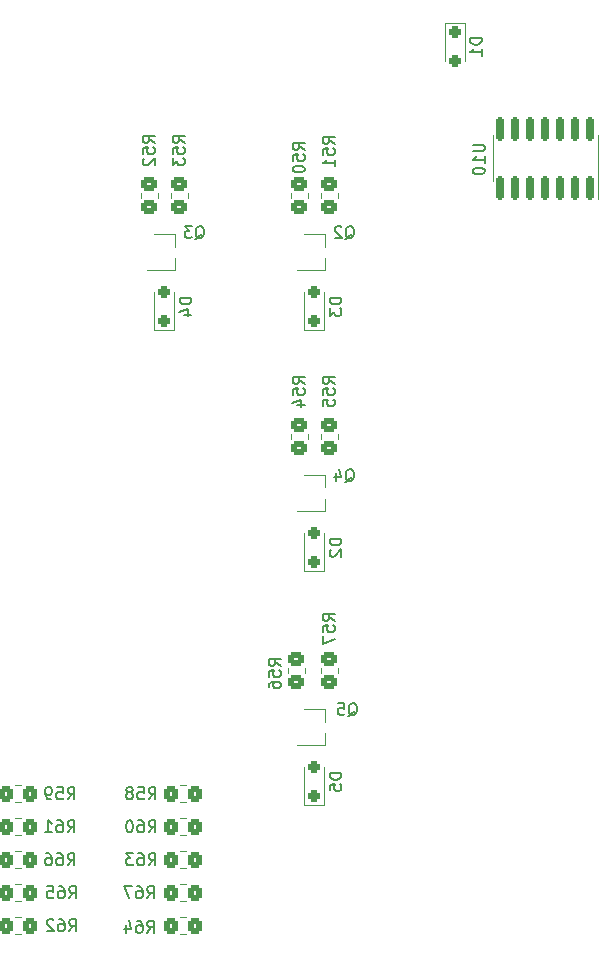
<source format=gbo>
G04 #@! TF.GenerationSoftware,KiCad,Pcbnew,7.0.7*
G04 #@! TF.CreationDate,2023-10-18T16:13:19+03:00*
G04 #@! TF.ProjectId,pcb,7063622e-6b69-4636-9164-5f7063625858,rev?*
G04 #@! TF.SameCoordinates,Original*
G04 #@! TF.FileFunction,Legend,Bot*
G04 #@! TF.FilePolarity,Positive*
%FSLAX46Y46*%
G04 Gerber Fmt 4.6, Leading zero omitted, Abs format (unit mm)*
G04 Created by KiCad (PCBNEW 7.0.7) date 2023-10-18 16:13:19*
%MOMM*%
%LPD*%
G01*
G04 APERTURE LIST*
G04 Aperture macros list*
%AMRoundRect*
0 Rectangle with rounded corners*
0 $1 Rounding radius*
0 $2 $3 $4 $5 $6 $7 $8 $9 X,Y pos of 4 corners*
0 Add a 4 corners polygon primitive as box body*
4,1,4,$2,$3,$4,$5,$6,$7,$8,$9,$2,$3,0*
0 Add four circle primitives for the rounded corners*
1,1,$1+$1,$2,$3*
1,1,$1+$1,$4,$5*
1,1,$1+$1,$6,$7*
1,1,$1+$1,$8,$9*
0 Add four rect primitives between the rounded corners*
20,1,$1+$1,$2,$3,$4,$5,0*
20,1,$1+$1,$4,$5,$6,$7,0*
20,1,$1+$1,$6,$7,$8,$9,0*
20,1,$1+$1,$8,$9,$2,$3,0*%
G04 Aperture macros list end*
%ADD10C,0.150000*%
%ADD11C,0.120000*%
%ADD12C,1.800000*%
%ADD13C,1.150000*%
%ADD14R,2.500000X2.500000*%
%ADD15C,2.500000*%
%ADD16C,1.600000*%
%ADD17R,1.600000X1.600000*%
%ADD18O,1.600000X1.600000*%
%ADD19C,1.200000*%
%ADD20RoundRect,0.102000X0.749000X0.749000X-0.749000X0.749000X-0.749000X-0.749000X0.749000X-0.749000X0*%
%ADD21C,1.702000*%
%ADD22C,1.400000*%
%ADD23C,1.440000*%
%ADD24C,3.159000*%
%ADD25C,2.454000*%
%ADD26C,2.304000*%
%ADD27C,0.800000*%
%ADD28C,6.400000*%
%ADD29RoundRect,0.102000X0.610000X-0.610000X0.610000X0.610000X-0.610000X0.610000X-0.610000X-0.610000X0*%
%ADD30C,1.424000*%
%ADD31RoundRect,0.250000X0.350000X0.450000X-0.350000X0.450000X-0.350000X-0.450000X0.350000X-0.450000X0*%
%ADD32RoundRect,0.250000X-0.350000X-0.450000X0.350000X-0.450000X0.350000X0.450000X-0.350000X0.450000X0*%
%ADD33RoundRect,0.250000X-0.450000X0.350000X-0.450000X-0.350000X0.450000X-0.350000X0.450000X0.350000X0*%
%ADD34R,2.000000X0.650000*%
%ADD35RoundRect,0.250000X0.250000X-0.250000X0.250000X0.250000X-0.250000X0.250000X-0.250000X-0.250000X0*%
%ADD36RoundRect,0.250000X0.450000X-0.350000X0.450000X0.350000X-0.450000X0.350000X-0.450000X-0.350000X0*%
%ADD37RoundRect,0.250000X-0.250000X0.250000X-0.250000X-0.250000X0.250000X-0.250000X0.250000X0.250000X0*%
%ADD38RoundRect,0.150000X0.150000X-0.825000X0.150000X0.825000X-0.150000X0.825000X-0.150000X-0.825000X0*%
G04 APERTURE END LIST*
D10*
X152980857Y-146266819D02*
X153314190Y-145790628D01*
X153552285Y-146266819D02*
X153552285Y-145266819D01*
X153552285Y-145266819D02*
X153171333Y-145266819D01*
X153171333Y-145266819D02*
X153076095Y-145314438D01*
X153076095Y-145314438D02*
X153028476Y-145362057D01*
X153028476Y-145362057D02*
X152980857Y-145457295D01*
X152980857Y-145457295D02*
X152980857Y-145600152D01*
X152980857Y-145600152D02*
X153028476Y-145695390D01*
X153028476Y-145695390D02*
X153076095Y-145743009D01*
X153076095Y-145743009D02*
X153171333Y-145790628D01*
X153171333Y-145790628D02*
X153552285Y-145790628D01*
X152123714Y-145266819D02*
X152314190Y-145266819D01*
X152314190Y-145266819D02*
X152409428Y-145314438D01*
X152409428Y-145314438D02*
X152457047Y-145362057D01*
X152457047Y-145362057D02*
X152552285Y-145504914D01*
X152552285Y-145504914D02*
X152599904Y-145695390D01*
X152599904Y-145695390D02*
X152599904Y-146076342D01*
X152599904Y-146076342D02*
X152552285Y-146171580D01*
X152552285Y-146171580D02*
X152504666Y-146219200D01*
X152504666Y-146219200D02*
X152409428Y-146266819D01*
X152409428Y-146266819D02*
X152218952Y-146266819D01*
X152218952Y-146266819D02*
X152123714Y-146219200D01*
X152123714Y-146219200D02*
X152076095Y-146171580D01*
X152076095Y-146171580D02*
X152028476Y-146076342D01*
X152028476Y-146076342D02*
X152028476Y-145838247D01*
X152028476Y-145838247D02*
X152076095Y-145743009D01*
X152076095Y-145743009D02*
X152123714Y-145695390D01*
X152123714Y-145695390D02*
X152218952Y-145647771D01*
X152218952Y-145647771D02*
X152409428Y-145647771D01*
X152409428Y-145647771D02*
X152504666Y-145695390D01*
X152504666Y-145695390D02*
X152552285Y-145743009D01*
X152552285Y-145743009D02*
X152599904Y-145838247D01*
X151647523Y-145362057D02*
X151599904Y-145314438D01*
X151599904Y-145314438D02*
X151504666Y-145266819D01*
X151504666Y-145266819D02*
X151266571Y-145266819D01*
X151266571Y-145266819D02*
X151171333Y-145314438D01*
X151171333Y-145314438D02*
X151123714Y-145362057D01*
X151123714Y-145362057D02*
X151076095Y-145457295D01*
X151076095Y-145457295D02*
X151076095Y-145552533D01*
X151076095Y-145552533D02*
X151123714Y-145695390D01*
X151123714Y-145695390D02*
X151695142Y-146266819D01*
X151695142Y-146266819D02*
X151076095Y-146266819D01*
X159711905Y-135090819D02*
X160045238Y-134614628D01*
X160283333Y-135090819D02*
X160283333Y-134090819D01*
X160283333Y-134090819D02*
X159902381Y-134090819D01*
X159902381Y-134090819D02*
X159807143Y-134138438D01*
X159807143Y-134138438D02*
X159759524Y-134186057D01*
X159759524Y-134186057D02*
X159711905Y-134281295D01*
X159711905Y-134281295D02*
X159711905Y-134424152D01*
X159711905Y-134424152D02*
X159759524Y-134519390D01*
X159759524Y-134519390D02*
X159807143Y-134567009D01*
X159807143Y-134567009D02*
X159902381Y-134614628D01*
X159902381Y-134614628D02*
X160283333Y-134614628D01*
X158807143Y-134090819D02*
X159283333Y-134090819D01*
X159283333Y-134090819D02*
X159330952Y-134567009D01*
X159330952Y-134567009D02*
X159283333Y-134519390D01*
X159283333Y-134519390D02*
X159188095Y-134471771D01*
X159188095Y-134471771D02*
X158950000Y-134471771D01*
X158950000Y-134471771D02*
X158854762Y-134519390D01*
X158854762Y-134519390D02*
X158807143Y-134567009D01*
X158807143Y-134567009D02*
X158759524Y-134662247D01*
X158759524Y-134662247D02*
X158759524Y-134900342D01*
X158759524Y-134900342D02*
X158807143Y-134995580D01*
X158807143Y-134995580D02*
X158854762Y-135043200D01*
X158854762Y-135043200D02*
X158950000Y-135090819D01*
X158950000Y-135090819D02*
X159188095Y-135090819D01*
X159188095Y-135090819D02*
X159283333Y-135043200D01*
X159283333Y-135043200D02*
X159330952Y-134995580D01*
X158188095Y-134519390D02*
X158283333Y-134471771D01*
X158283333Y-134471771D02*
X158330952Y-134424152D01*
X158330952Y-134424152D02*
X158378571Y-134328914D01*
X158378571Y-134328914D02*
X158378571Y-134281295D01*
X158378571Y-134281295D02*
X158330952Y-134186057D01*
X158330952Y-134186057D02*
X158283333Y-134138438D01*
X158283333Y-134138438D02*
X158188095Y-134090819D01*
X158188095Y-134090819D02*
X157997619Y-134090819D01*
X157997619Y-134090819D02*
X157902381Y-134138438D01*
X157902381Y-134138438D02*
X157854762Y-134186057D01*
X157854762Y-134186057D02*
X157807143Y-134281295D01*
X157807143Y-134281295D02*
X157807143Y-134328914D01*
X157807143Y-134328914D02*
X157854762Y-134424152D01*
X157854762Y-134424152D02*
X157902381Y-134471771D01*
X157902381Y-134471771D02*
X157997619Y-134519390D01*
X157997619Y-134519390D02*
X158188095Y-134519390D01*
X158188095Y-134519390D02*
X158283333Y-134567009D01*
X158283333Y-134567009D02*
X158330952Y-134614628D01*
X158330952Y-134614628D02*
X158378571Y-134709866D01*
X158378571Y-134709866D02*
X158378571Y-134900342D01*
X158378571Y-134900342D02*
X158330952Y-134995580D01*
X158330952Y-134995580D02*
X158283333Y-135043200D01*
X158283333Y-135043200D02*
X158188095Y-135090819D01*
X158188095Y-135090819D02*
X157997619Y-135090819D01*
X157997619Y-135090819D02*
X157902381Y-135043200D01*
X157902381Y-135043200D02*
X157854762Y-134995580D01*
X157854762Y-134995580D02*
X157807143Y-134900342D01*
X157807143Y-134900342D02*
X157807143Y-134709866D01*
X157807143Y-134709866D02*
X157854762Y-134614628D01*
X157854762Y-134614628D02*
X157902381Y-134567009D01*
X157902381Y-134567009D02*
X157997619Y-134519390D01*
X159711905Y-140678819D02*
X160045238Y-140202628D01*
X160283333Y-140678819D02*
X160283333Y-139678819D01*
X160283333Y-139678819D02*
X159902381Y-139678819D01*
X159902381Y-139678819D02*
X159807143Y-139726438D01*
X159807143Y-139726438D02*
X159759524Y-139774057D01*
X159759524Y-139774057D02*
X159711905Y-139869295D01*
X159711905Y-139869295D02*
X159711905Y-140012152D01*
X159711905Y-140012152D02*
X159759524Y-140107390D01*
X159759524Y-140107390D02*
X159807143Y-140155009D01*
X159807143Y-140155009D02*
X159902381Y-140202628D01*
X159902381Y-140202628D02*
X160283333Y-140202628D01*
X158854762Y-139678819D02*
X159045238Y-139678819D01*
X159045238Y-139678819D02*
X159140476Y-139726438D01*
X159140476Y-139726438D02*
X159188095Y-139774057D01*
X159188095Y-139774057D02*
X159283333Y-139916914D01*
X159283333Y-139916914D02*
X159330952Y-140107390D01*
X159330952Y-140107390D02*
X159330952Y-140488342D01*
X159330952Y-140488342D02*
X159283333Y-140583580D01*
X159283333Y-140583580D02*
X159235714Y-140631200D01*
X159235714Y-140631200D02*
X159140476Y-140678819D01*
X159140476Y-140678819D02*
X158950000Y-140678819D01*
X158950000Y-140678819D02*
X158854762Y-140631200D01*
X158854762Y-140631200D02*
X158807143Y-140583580D01*
X158807143Y-140583580D02*
X158759524Y-140488342D01*
X158759524Y-140488342D02*
X158759524Y-140250247D01*
X158759524Y-140250247D02*
X158807143Y-140155009D01*
X158807143Y-140155009D02*
X158854762Y-140107390D01*
X158854762Y-140107390D02*
X158950000Y-140059771D01*
X158950000Y-140059771D02*
X159140476Y-140059771D01*
X159140476Y-140059771D02*
X159235714Y-140107390D01*
X159235714Y-140107390D02*
X159283333Y-140155009D01*
X159283333Y-140155009D02*
X159330952Y-140250247D01*
X158426190Y-139678819D02*
X157807143Y-139678819D01*
X157807143Y-139678819D02*
X158140476Y-140059771D01*
X158140476Y-140059771D02*
X157997619Y-140059771D01*
X157997619Y-140059771D02*
X157902381Y-140107390D01*
X157902381Y-140107390D02*
X157854762Y-140155009D01*
X157854762Y-140155009D02*
X157807143Y-140250247D01*
X157807143Y-140250247D02*
X157807143Y-140488342D01*
X157807143Y-140488342D02*
X157854762Y-140583580D01*
X157854762Y-140583580D02*
X157902381Y-140631200D01*
X157902381Y-140631200D02*
X157997619Y-140678819D01*
X157997619Y-140678819D02*
X158283333Y-140678819D01*
X158283333Y-140678819D02*
X158378571Y-140631200D01*
X158378571Y-140631200D02*
X158426190Y-140583580D01*
X152853857Y-135090819D02*
X153187190Y-134614628D01*
X153425285Y-135090819D02*
X153425285Y-134090819D01*
X153425285Y-134090819D02*
X153044333Y-134090819D01*
X153044333Y-134090819D02*
X152949095Y-134138438D01*
X152949095Y-134138438D02*
X152901476Y-134186057D01*
X152901476Y-134186057D02*
X152853857Y-134281295D01*
X152853857Y-134281295D02*
X152853857Y-134424152D01*
X152853857Y-134424152D02*
X152901476Y-134519390D01*
X152901476Y-134519390D02*
X152949095Y-134567009D01*
X152949095Y-134567009D02*
X153044333Y-134614628D01*
X153044333Y-134614628D02*
X153425285Y-134614628D01*
X151949095Y-134090819D02*
X152425285Y-134090819D01*
X152425285Y-134090819D02*
X152472904Y-134567009D01*
X152472904Y-134567009D02*
X152425285Y-134519390D01*
X152425285Y-134519390D02*
X152330047Y-134471771D01*
X152330047Y-134471771D02*
X152091952Y-134471771D01*
X152091952Y-134471771D02*
X151996714Y-134519390D01*
X151996714Y-134519390D02*
X151949095Y-134567009D01*
X151949095Y-134567009D02*
X151901476Y-134662247D01*
X151901476Y-134662247D02*
X151901476Y-134900342D01*
X151901476Y-134900342D02*
X151949095Y-134995580D01*
X151949095Y-134995580D02*
X151996714Y-135043200D01*
X151996714Y-135043200D02*
X152091952Y-135090819D01*
X152091952Y-135090819D02*
X152330047Y-135090819D01*
X152330047Y-135090819D02*
X152425285Y-135043200D01*
X152425285Y-135043200D02*
X152472904Y-134995580D01*
X151425285Y-135090819D02*
X151234809Y-135090819D01*
X151234809Y-135090819D02*
X151139571Y-135043200D01*
X151139571Y-135043200D02*
X151091952Y-134995580D01*
X151091952Y-134995580D02*
X150996714Y-134852723D01*
X150996714Y-134852723D02*
X150949095Y-134662247D01*
X150949095Y-134662247D02*
X150949095Y-134281295D01*
X150949095Y-134281295D02*
X150996714Y-134186057D01*
X150996714Y-134186057D02*
X151044333Y-134138438D01*
X151044333Y-134138438D02*
X151139571Y-134090819D01*
X151139571Y-134090819D02*
X151330047Y-134090819D01*
X151330047Y-134090819D02*
X151425285Y-134138438D01*
X151425285Y-134138438D02*
X151472904Y-134186057D01*
X151472904Y-134186057D02*
X151520523Y-134281295D01*
X151520523Y-134281295D02*
X151520523Y-134519390D01*
X151520523Y-134519390D02*
X151472904Y-134614628D01*
X151472904Y-134614628D02*
X151425285Y-134662247D01*
X151425285Y-134662247D02*
X151330047Y-134709866D01*
X151330047Y-134709866D02*
X151139571Y-134709866D01*
X151139571Y-134709866D02*
X151044333Y-134662247D01*
X151044333Y-134662247D02*
X150996714Y-134614628D01*
X150996714Y-134614628D02*
X150949095Y-134519390D01*
X160220819Y-79526142D02*
X159744628Y-79192809D01*
X160220819Y-78954714D02*
X159220819Y-78954714D01*
X159220819Y-78954714D02*
X159220819Y-79335666D01*
X159220819Y-79335666D02*
X159268438Y-79430904D01*
X159268438Y-79430904D02*
X159316057Y-79478523D01*
X159316057Y-79478523D02*
X159411295Y-79526142D01*
X159411295Y-79526142D02*
X159554152Y-79526142D01*
X159554152Y-79526142D02*
X159649390Y-79478523D01*
X159649390Y-79478523D02*
X159697009Y-79430904D01*
X159697009Y-79430904D02*
X159744628Y-79335666D01*
X159744628Y-79335666D02*
X159744628Y-78954714D01*
X159220819Y-80430904D02*
X159220819Y-79954714D01*
X159220819Y-79954714D02*
X159697009Y-79907095D01*
X159697009Y-79907095D02*
X159649390Y-79954714D01*
X159649390Y-79954714D02*
X159601771Y-80049952D01*
X159601771Y-80049952D02*
X159601771Y-80288047D01*
X159601771Y-80288047D02*
X159649390Y-80383285D01*
X159649390Y-80383285D02*
X159697009Y-80430904D01*
X159697009Y-80430904D02*
X159792247Y-80478523D01*
X159792247Y-80478523D02*
X160030342Y-80478523D01*
X160030342Y-80478523D02*
X160125580Y-80430904D01*
X160125580Y-80430904D02*
X160173200Y-80383285D01*
X160173200Y-80383285D02*
X160220819Y-80288047D01*
X160220819Y-80288047D02*
X160220819Y-80049952D01*
X160220819Y-80049952D02*
X160173200Y-79954714D01*
X160173200Y-79954714D02*
X160125580Y-79907095D01*
X159316057Y-80859476D02*
X159268438Y-80907095D01*
X159268438Y-80907095D02*
X159220819Y-81002333D01*
X159220819Y-81002333D02*
X159220819Y-81240428D01*
X159220819Y-81240428D02*
X159268438Y-81335666D01*
X159268438Y-81335666D02*
X159316057Y-81383285D01*
X159316057Y-81383285D02*
X159411295Y-81430904D01*
X159411295Y-81430904D02*
X159506533Y-81430904D01*
X159506533Y-81430904D02*
X159649390Y-81383285D01*
X159649390Y-81383285D02*
X160220819Y-80811857D01*
X160220819Y-80811857D02*
X160220819Y-81430904D01*
X172920819Y-80129142D02*
X172444628Y-79795809D01*
X172920819Y-79557714D02*
X171920819Y-79557714D01*
X171920819Y-79557714D02*
X171920819Y-79938666D01*
X171920819Y-79938666D02*
X171968438Y-80033904D01*
X171968438Y-80033904D02*
X172016057Y-80081523D01*
X172016057Y-80081523D02*
X172111295Y-80129142D01*
X172111295Y-80129142D02*
X172254152Y-80129142D01*
X172254152Y-80129142D02*
X172349390Y-80081523D01*
X172349390Y-80081523D02*
X172397009Y-80033904D01*
X172397009Y-80033904D02*
X172444628Y-79938666D01*
X172444628Y-79938666D02*
X172444628Y-79557714D01*
X171920819Y-81033904D02*
X171920819Y-80557714D01*
X171920819Y-80557714D02*
X172397009Y-80510095D01*
X172397009Y-80510095D02*
X172349390Y-80557714D01*
X172349390Y-80557714D02*
X172301771Y-80652952D01*
X172301771Y-80652952D02*
X172301771Y-80891047D01*
X172301771Y-80891047D02*
X172349390Y-80986285D01*
X172349390Y-80986285D02*
X172397009Y-81033904D01*
X172397009Y-81033904D02*
X172492247Y-81081523D01*
X172492247Y-81081523D02*
X172730342Y-81081523D01*
X172730342Y-81081523D02*
X172825580Y-81033904D01*
X172825580Y-81033904D02*
X172873200Y-80986285D01*
X172873200Y-80986285D02*
X172920819Y-80891047D01*
X172920819Y-80891047D02*
X172920819Y-80652952D01*
X172920819Y-80652952D02*
X172873200Y-80557714D01*
X172873200Y-80557714D02*
X172825580Y-80510095D01*
X171920819Y-81700571D02*
X171920819Y-81795809D01*
X171920819Y-81795809D02*
X171968438Y-81891047D01*
X171968438Y-81891047D02*
X172016057Y-81938666D01*
X172016057Y-81938666D02*
X172111295Y-81986285D01*
X172111295Y-81986285D02*
X172301771Y-82033904D01*
X172301771Y-82033904D02*
X172539866Y-82033904D01*
X172539866Y-82033904D02*
X172730342Y-81986285D01*
X172730342Y-81986285D02*
X172825580Y-81938666D01*
X172825580Y-81938666D02*
X172873200Y-81891047D01*
X172873200Y-81891047D02*
X172920819Y-81795809D01*
X172920819Y-81795809D02*
X172920819Y-81700571D01*
X172920819Y-81700571D02*
X172873200Y-81605333D01*
X172873200Y-81605333D02*
X172825580Y-81557714D01*
X172825580Y-81557714D02*
X172730342Y-81510095D01*
X172730342Y-81510095D02*
X172539866Y-81462476D01*
X172539866Y-81462476D02*
X172301771Y-81462476D01*
X172301771Y-81462476D02*
X172111295Y-81510095D01*
X172111295Y-81510095D02*
X172016057Y-81557714D01*
X172016057Y-81557714D02*
X171968438Y-81605333D01*
X171968438Y-81605333D02*
X171920819Y-81700571D01*
X176625238Y-128058057D02*
X176720476Y-128010438D01*
X176720476Y-128010438D02*
X176815714Y-127915200D01*
X176815714Y-127915200D02*
X176958571Y-127772342D01*
X176958571Y-127772342D02*
X177053809Y-127724723D01*
X177053809Y-127724723D02*
X177149047Y-127724723D01*
X177101428Y-127962819D02*
X177196666Y-127915200D01*
X177196666Y-127915200D02*
X177291904Y-127819961D01*
X177291904Y-127819961D02*
X177339523Y-127629485D01*
X177339523Y-127629485D02*
X177339523Y-127296152D01*
X177339523Y-127296152D02*
X177291904Y-127105676D01*
X177291904Y-127105676D02*
X177196666Y-127010438D01*
X177196666Y-127010438D02*
X177101428Y-126962819D01*
X177101428Y-126962819D02*
X176910952Y-126962819D01*
X176910952Y-126962819D02*
X176815714Y-127010438D01*
X176815714Y-127010438D02*
X176720476Y-127105676D01*
X176720476Y-127105676D02*
X176672857Y-127296152D01*
X176672857Y-127296152D02*
X176672857Y-127629485D01*
X176672857Y-127629485D02*
X176720476Y-127819961D01*
X176720476Y-127819961D02*
X176815714Y-127915200D01*
X176815714Y-127915200D02*
X176910952Y-127962819D01*
X176910952Y-127962819D02*
X177101428Y-127962819D01*
X175768095Y-126962819D02*
X176244285Y-126962819D01*
X176244285Y-126962819D02*
X176291904Y-127439009D01*
X176291904Y-127439009D02*
X176244285Y-127391390D01*
X176244285Y-127391390D02*
X176149047Y-127343771D01*
X176149047Y-127343771D02*
X175910952Y-127343771D01*
X175910952Y-127343771D02*
X175815714Y-127391390D01*
X175815714Y-127391390D02*
X175768095Y-127439009D01*
X175768095Y-127439009D02*
X175720476Y-127534247D01*
X175720476Y-127534247D02*
X175720476Y-127772342D01*
X175720476Y-127772342D02*
X175768095Y-127867580D01*
X175768095Y-127867580D02*
X175815714Y-127915200D01*
X175815714Y-127915200D02*
X175910952Y-127962819D01*
X175910952Y-127962819D02*
X176149047Y-127962819D01*
X176149047Y-127962819D02*
X176244285Y-127915200D01*
X176244285Y-127915200D02*
X176291904Y-127867580D01*
X176040819Y-113037905D02*
X175040819Y-113037905D01*
X175040819Y-113037905D02*
X175040819Y-113276000D01*
X175040819Y-113276000D02*
X175088438Y-113418857D01*
X175088438Y-113418857D02*
X175183676Y-113514095D01*
X175183676Y-113514095D02*
X175278914Y-113561714D01*
X175278914Y-113561714D02*
X175469390Y-113609333D01*
X175469390Y-113609333D02*
X175612247Y-113609333D01*
X175612247Y-113609333D02*
X175802723Y-113561714D01*
X175802723Y-113561714D02*
X175897961Y-113514095D01*
X175897961Y-113514095D02*
X175993200Y-113418857D01*
X175993200Y-113418857D02*
X176040819Y-113276000D01*
X176040819Y-113276000D02*
X176040819Y-113037905D01*
X175136057Y-113990286D02*
X175088438Y-114037905D01*
X175088438Y-114037905D02*
X175040819Y-114133143D01*
X175040819Y-114133143D02*
X175040819Y-114371238D01*
X175040819Y-114371238D02*
X175088438Y-114466476D01*
X175088438Y-114466476D02*
X175136057Y-114514095D01*
X175136057Y-114514095D02*
X175231295Y-114561714D01*
X175231295Y-114561714D02*
X175326533Y-114561714D01*
X175326533Y-114561714D02*
X175469390Y-114514095D01*
X175469390Y-114514095D02*
X176040819Y-113942667D01*
X176040819Y-113942667D02*
X176040819Y-114561714D01*
X176371238Y-87672057D02*
X176466476Y-87624438D01*
X176466476Y-87624438D02*
X176561714Y-87529200D01*
X176561714Y-87529200D02*
X176704571Y-87386342D01*
X176704571Y-87386342D02*
X176799809Y-87338723D01*
X176799809Y-87338723D02*
X176895047Y-87338723D01*
X176847428Y-87576819D02*
X176942666Y-87529200D01*
X176942666Y-87529200D02*
X177037904Y-87433961D01*
X177037904Y-87433961D02*
X177085523Y-87243485D01*
X177085523Y-87243485D02*
X177085523Y-86910152D01*
X177085523Y-86910152D02*
X177037904Y-86719676D01*
X177037904Y-86719676D02*
X176942666Y-86624438D01*
X176942666Y-86624438D02*
X176847428Y-86576819D01*
X176847428Y-86576819D02*
X176656952Y-86576819D01*
X176656952Y-86576819D02*
X176561714Y-86624438D01*
X176561714Y-86624438D02*
X176466476Y-86719676D01*
X176466476Y-86719676D02*
X176418857Y-86910152D01*
X176418857Y-86910152D02*
X176418857Y-87243485D01*
X176418857Y-87243485D02*
X176466476Y-87433961D01*
X176466476Y-87433961D02*
X176561714Y-87529200D01*
X176561714Y-87529200D02*
X176656952Y-87576819D01*
X176656952Y-87576819D02*
X176847428Y-87576819D01*
X176037904Y-86672057D02*
X175990285Y-86624438D01*
X175990285Y-86624438D02*
X175895047Y-86576819D01*
X175895047Y-86576819D02*
X175656952Y-86576819D01*
X175656952Y-86576819D02*
X175561714Y-86624438D01*
X175561714Y-86624438D02*
X175514095Y-86672057D01*
X175514095Y-86672057D02*
X175466476Y-86767295D01*
X175466476Y-86767295D02*
X175466476Y-86862533D01*
X175466476Y-86862533D02*
X175514095Y-87005390D01*
X175514095Y-87005390D02*
X176085523Y-87576819D01*
X176085523Y-87576819D02*
X175466476Y-87576819D01*
X176371238Y-108246057D02*
X176466476Y-108198438D01*
X176466476Y-108198438D02*
X176561714Y-108103200D01*
X176561714Y-108103200D02*
X176704571Y-107960342D01*
X176704571Y-107960342D02*
X176799809Y-107912723D01*
X176799809Y-107912723D02*
X176895047Y-107912723D01*
X176847428Y-108150819D02*
X176942666Y-108103200D01*
X176942666Y-108103200D02*
X177037904Y-108007961D01*
X177037904Y-108007961D02*
X177085523Y-107817485D01*
X177085523Y-107817485D02*
X177085523Y-107484152D01*
X177085523Y-107484152D02*
X177037904Y-107293676D01*
X177037904Y-107293676D02*
X176942666Y-107198438D01*
X176942666Y-107198438D02*
X176847428Y-107150819D01*
X176847428Y-107150819D02*
X176656952Y-107150819D01*
X176656952Y-107150819D02*
X176561714Y-107198438D01*
X176561714Y-107198438D02*
X176466476Y-107293676D01*
X176466476Y-107293676D02*
X176418857Y-107484152D01*
X176418857Y-107484152D02*
X176418857Y-107817485D01*
X176418857Y-107817485D02*
X176466476Y-108007961D01*
X176466476Y-108007961D02*
X176561714Y-108103200D01*
X176561714Y-108103200D02*
X176656952Y-108150819D01*
X176656952Y-108150819D02*
X176847428Y-108150819D01*
X175561714Y-107484152D02*
X175561714Y-108150819D01*
X175799809Y-107103200D02*
X176037904Y-107817485D01*
X176037904Y-107817485D02*
X175418857Y-107817485D01*
X175460819Y-79621142D02*
X174984628Y-79287809D01*
X175460819Y-79049714D02*
X174460819Y-79049714D01*
X174460819Y-79049714D02*
X174460819Y-79430666D01*
X174460819Y-79430666D02*
X174508438Y-79525904D01*
X174508438Y-79525904D02*
X174556057Y-79573523D01*
X174556057Y-79573523D02*
X174651295Y-79621142D01*
X174651295Y-79621142D02*
X174794152Y-79621142D01*
X174794152Y-79621142D02*
X174889390Y-79573523D01*
X174889390Y-79573523D02*
X174937009Y-79525904D01*
X174937009Y-79525904D02*
X174984628Y-79430666D01*
X174984628Y-79430666D02*
X174984628Y-79049714D01*
X174460819Y-80525904D02*
X174460819Y-80049714D01*
X174460819Y-80049714D02*
X174937009Y-80002095D01*
X174937009Y-80002095D02*
X174889390Y-80049714D01*
X174889390Y-80049714D02*
X174841771Y-80144952D01*
X174841771Y-80144952D02*
X174841771Y-80383047D01*
X174841771Y-80383047D02*
X174889390Y-80478285D01*
X174889390Y-80478285D02*
X174937009Y-80525904D01*
X174937009Y-80525904D02*
X175032247Y-80573523D01*
X175032247Y-80573523D02*
X175270342Y-80573523D01*
X175270342Y-80573523D02*
X175365580Y-80525904D01*
X175365580Y-80525904D02*
X175413200Y-80478285D01*
X175413200Y-80478285D02*
X175460819Y-80383047D01*
X175460819Y-80383047D02*
X175460819Y-80144952D01*
X175460819Y-80144952D02*
X175413200Y-80049714D01*
X175413200Y-80049714D02*
X175365580Y-80002095D01*
X175460819Y-81525904D02*
X175460819Y-80954476D01*
X175460819Y-81240190D02*
X174460819Y-81240190D01*
X174460819Y-81240190D02*
X174603676Y-81144952D01*
X174603676Y-81144952D02*
X174698914Y-81049714D01*
X174698914Y-81049714D02*
X174746533Y-80954476D01*
X159584905Y-146393819D02*
X159918238Y-145917628D01*
X160156333Y-146393819D02*
X160156333Y-145393819D01*
X160156333Y-145393819D02*
X159775381Y-145393819D01*
X159775381Y-145393819D02*
X159680143Y-145441438D01*
X159680143Y-145441438D02*
X159632524Y-145489057D01*
X159632524Y-145489057D02*
X159584905Y-145584295D01*
X159584905Y-145584295D02*
X159584905Y-145727152D01*
X159584905Y-145727152D02*
X159632524Y-145822390D01*
X159632524Y-145822390D02*
X159680143Y-145870009D01*
X159680143Y-145870009D02*
X159775381Y-145917628D01*
X159775381Y-145917628D02*
X160156333Y-145917628D01*
X158727762Y-145393819D02*
X158918238Y-145393819D01*
X158918238Y-145393819D02*
X159013476Y-145441438D01*
X159013476Y-145441438D02*
X159061095Y-145489057D01*
X159061095Y-145489057D02*
X159156333Y-145631914D01*
X159156333Y-145631914D02*
X159203952Y-145822390D01*
X159203952Y-145822390D02*
X159203952Y-146203342D01*
X159203952Y-146203342D02*
X159156333Y-146298580D01*
X159156333Y-146298580D02*
X159108714Y-146346200D01*
X159108714Y-146346200D02*
X159013476Y-146393819D01*
X159013476Y-146393819D02*
X158823000Y-146393819D01*
X158823000Y-146393819D02*
X158727762Y-146346200D01*
X158727762Y-146346200D02*
X158680143Y-146298580D01*
X158680143Y-146298580D02*
X158632524Y-146203342D01*
X158632524Y-146203342D02*
X158632524Y-145965247D01*
X158632524Y-145965247D02*
X158680143Y-145870009D01*
X158680143Y-145870009D02*
X158727762Y-145822390D01*
X158727762Y-145822390D02*
X158823000Y-145774771D01*
X158823000Y-145774771D02*
X159013476Y-145774771D01*
X159013476Y-145774771D02*
X159108714Y-145822390D01*
X159108714Y-145822390D02*
X159156333Y-145870009D01*
X159156333Y-145870009D02*
X159203952Y-145965247D01*
X157775381Y-145727152D02*
X157775381Y-146393819D01*
X158013476Y-145346200D02*
X158251571Y-146060485D01*
X158251571Y-146060485D02*
X157632524Y-146060485D01*
X159711905Y-137884819D02*
X160045238Y-137408628D01*
X160283333Y-137884819D02*
X160283333Y-136884819D01*
X160283333Y-136884819D02*
X159902381Y-136884819D01*
X159902381Y-136884819D02*
X159807143Y-136932438D01*
X159807143Y-136932438D02*
X159759524Y-136980057D01*
X159759524Y-136980057D02*
X159711905Y-137075295D01*
X159711905Y-137075295D02*
X159711905Y-137218152D01*
X159711905Y-137218152D02*
X159759524Y-137313390D01*
X159759524Y-137313390D02*
X159807143Y-137361009D01*
X159807143Y-137361009D02*
X159902381Y-137408628D01*
X159902381Y-137408628D02*
X160283333Y-137408628D01*
X158854762Y-136884819D02*
X159045238Y-136884819D01*
X159045238Y-136884819D02*
X159140476Y-136932438D01*
X159140476Y-136932438D02*
X159188095Y-136980057D01*
X159188095Y-136980057D02*
X159283333Y-137122914D01*
X159283333Y-137122914D02*
X159330952Y-137313390D01*
X159330952Y-137313390D02*
X159330952Y-137694342D01*
X159330952Y-137694342D02*
X159283333Y-137789580D01*
X159283333Y-137789580D02*
X159235714Y-137837200D01*
X159235714Y-137837200D02*
X159140476Y-137884819D01*
X159140476Y-137884819D02*
X158950000Y-137884819D01*
X158950000Y-137884819D02*
X158854762Y-137837200D01*
X158854762Y-137837200D02*
X158807143Y-137789580D01*
X158807143Y-137789580D02*
X158759524Y-137694342D01*
X158759524Y-137694342D02*
X158759524Y-137456247D01*
X158759524Y-137456247D02*
X158807143Y-137361009D01*
X158807143Y-137361009D02*
X158854762Y-137313390D01*
X158854762Y-137313390D02*
X158950000Y-137265771D01*
X158950000Y-137265771D02*
X159140476Y-137265771D01*
X159140476Y-137265771D02*
X159235714Y-137313390D01*
X159235714Y-137313390D02*
X159283333Y-137361009D01*
X159283333Y-137361009D02*
X159330952Y-137456247D01*
X158140476Y-136884819D02*
X158045238Y-136884819D01*
X158045238Y-136884819D02*
X157950000Y-136932438D01*
X157950000Y-136932438D02*
X157902381Y-136980057D01*
X157902381Y-136980057D02*
X157854762Y-137075295D01*
X157854762Y-137075295D02*
X157807143Y-137265771D01*
X157807143Y-137265771D02*
X157807143Y-137503866D01*
X157807143Y-137503866D02*
X157854762Y-137694342D01*
X157854762Y-137694342D02*
X157902381Y-137789580D01*
X157902381Y-137789580D02*
X157950000Y-137837200D01*
X157950000Y-137837200D02*
X158045238Y-137884819D01*
X158045238Y-137884819D02*
X158140476Y-137884819D01*
X158140476Y-137884819D02*
X158235714Y-137837200D01*
X158235714Y-137837200D02*
X158283333Y-137789580D01*
X158283333Y-137789580D02*
X158330952Y-137694342D01*
X158330952Y-137694342D02*
X158378571Y-137503866D01*
X158378571Y-137503866D02*
X158378571Y-137265771D01*
X158378571Y-137265771D02*
X158330952Y-137075295D01*
X158330952Y-137075295D02*
X158283333Y-136980057D01*
X158283333Y-136980057D02*
X158235714Y-136932438D01*
X158235714Y-136932438D02*
X158140476Y-136884819D01*
X187906819Y-70635905D02*
X186906819Y-70635905D01*
X186906819Y-70635905D02*
X186906819Y-70874000D01*
X186906819Y-70874000D02*
X186954438Y-71016857D01*
X186954438Y-71016857D02*
X187049676Y-71112095D01*
X187049676Y-71112095D02*
X187144914Y-71159714D01*
X187144914Y-71159714D02*
X187335390Y-71207333D01*
X187335390Y-71207333D02*
X187478247Y-71207333D01*
X187478247Y-71207333D02*
X187668723Y-71159714D01*
X187668723Y-71159714D02*
X187763961Y-71112095D01*
X187763961Y-71112095D02*
X187859200Y-71016857D01*
X187859200Y-71016857D02*
X187906819Y-70874000D01*
X187906819Y-70874000D02*
X187906819Y-70635905D01*
X187906819Y-72159714D02*
X187906819Y-71588286D01*
X187906819Y-71874000D02*
X186906819Y-71874000D01*
X186906819Y-71874000D02*
X187049676Y-71778762D01*
X187049676Y-71778762D02*
X187144914Y-71683524D01*
X187144914Y-71683524D02*
X187192533Y-71588286D01*
X176040819Y-132865905D02*
X175040819Y-132865905D01*
X175040819Y-132865905D02*
X175040819Y-133104000D01*
X175040819Y-133104000D02*
X175088438Y-133246857D01*
X175088438Y-133246857D02*
X175183676Y-133342095D01*
X175183676Y-133342095D02*
X175278914Y-133389714D01*
X175278914Y-133389714D02*
X175469390Y-133437333D01*
X175469390Y-133437333D02*
X175612247Y-133437333D01*
X175612247Y-133437333D02*
X175802723Y-133389714D01*
X175802723Y-133389714D02*
X175897961Y-133342095D01*
X175897961Y-133342095D02*
X175993200Y-133246857D01*
X175993200Y-133246857D02*
X176040819Y-133104000D01*
X176040819Y-133104000D02*
X176040819Y-132865905D01*
X175040819Y-134342095D02*
X175040819Y-133865905D01*
X175040819Y-133865905D02*
X175517009Y-133818286D01*
X175517009Y-133818286D02*
X175469390Y-133865905D01*
X175469390Y-133865905D02*
X175421771Y-133961143D01*
X175421771Y-133961143D02*
X175421771Y-134199238D01*
X175421771Y-134199238D02*
X175469390Y-134294476D01*
X175469390Y-134294476D02*
X175517009Y-134342095D01*
X175517009Y-134342095D02*
X175612247Y-134389714D01*
X175612247Y-134389714D02*
X175850342Y-134389714D01*
X175850342Y-134389714D02*
X175945580Y-134342095D01*
X175945580Y-134342095D02*
X175993200Y-134294476D01*
X175993200Y-134294476D02*
X176040819Y-134199238D01*
X176040819Y-134199238D02*
X176040819Y-133961143D01*
X176040819Y-133961143D02*
X175993200Y-133865905D01*
X175993200Y-133865905D02*
X175945580Y-133818286D01*
X162760819Y-79526142D02*
X162284628Y-79192809D01*
X162760819Y-78954714D02*
X161760819Y-78954714D01*
X161760819Y-78954714D02*
X161760819Y-79335666D01*
X161760819Y-79335666D02*
X161808438Y-79430904D01*
X161808438Y-79430904D02*
X161856057Y-79478523D01*
X161856057Y-79478523D02*
X161951295Y-79526142D01*
X161951295Y-79526142D02*
X162094152Y-79526142D01*
X162094152Y-79526142D02*
X162189390Y-79478523D01*
X162189390Y-79478523D02*
X162237009Y-79430904D01*
X162237009Y-79430904D02*
X162284628Y-79335666D01*
X162284628Y-79335666D02*
X162284628Y-78954714D01*
X161760819Y-80430904D02*
X161760819Y-79954714D01*
X161760819Y-79954714D02*
X162237009Y-79907095D01*
X162237009Y-79907095D02*
X162189390Y-79954714D01*
X162189390Y-79954714D02*
X162141771Y-80049952D01*
X162141771Y-80049952D02*
X162141771Y-80288047D01*
X162141771Y-80288047D02*
X162189390Y-80383285D01*
X162189390Y-80383285D02*
X162237009Y-80430904D01*
X162237009Y-80430904D02*
X162332247Y-80478523D01*
X162332247Y-80478523D02*
X162570342Y-80478523D01*
X162570342Y-80478523D02*
X162665580Y-80430904D01*
X162665580Y-80430904D02*
X162713200Y-80383285D01*
X162713200Y-80383285D02*
X162760819Y-80288047D01*
X162760819Y-80288047D02*
X162760819Y-80049952D01*
X162760819Y-80049952D02*
X162713200Y-79954714D01*
X162713200Y-79954714D02*
X162665580Y-79907095D01*
X161760819Y-80811857D02*
X161760819Y-81430904D01*
X161760819Y-81430904D02*
X162141771Y-81097571D01*
X162141771Y-81097571D02*
X162141771Y-81240428D01*
X162141771Y-81240428D02*
X162189390Y-81335666D01*
X162189390Y-81335666D02*
X162237009Y-81383285D01*
X162237009Y-81383285D02*
X162332247Y-81430904D01*
X162332247Y-81430904D02*
X162570342Y-81430904D01*
X162570342Y-81430904D02*
X162665580Y-81383285D01*
X162665580Y-81383285D02*
X162713200Y-81335666D01*
X162713200Y-81335666D02*
X162760819Y-81240428D01*
X162760819Y-81240428D02*
X162760819Y-80954714D01*
X162760819Y-80954714D02*
X162713200Y-80859476D01*
X162713200Y-80859476D02*
X162665580Y-80811857D01*
X172920819Y-99941142D02*
X172444628Y-99607809D01*
X172920819Y-99369714D02*
X171920819Y-99369714D01*
X171920819Y-99369714D02*
X171920819Y-99750666D01*
X171920819Y-99750666D02*
X171968438Y-99845904D01*
X171968438Y-99845904D02*
X172016057Y-99893523D01*
X172016057Y-99893523D02*
X172111295Y-99941142D01*
X172111295Y-99941142D02*
X172254152Y-99941142D01*
X172254152Y-99941142D02*
X172349390Y-99893523D01*
X172349390Y-99893523D02*
X172397009Y-99845904D01*
X172397009Y-99845904D02*
X172444628Y-99750666D01*
X172444628Y-99750666D02*
X172444628Y-99369714D01*
X171920819Y-100845904D02*
X171920819Y-100369714D01*
X171920819Y-100369714D02*
X172397009Y-100322095D01*
X172397009Y-100322095D02*
X172349390Y-100369714D01*
X172349390Y-100369714D02*
X172301771Y-100464952D01*
X172301771Y-100464952D02*
X172301771Y-100703047D01*
X172301771Y-100703047D02*
X172349390Y-100798285D01*
X172349390Y-100798285D02*
X172397009Y-100845904D01*
X172397009Y-100845904D02*
X172492247Y-100893523D01*
X172492247Y-100893523D02*
X172730342Y-100893523D01*
X172730342Y-100893523D02*
X172825580Y-100845904D01*
X172825580Y-100845904D02*
X172873200Y-100798285D01*
X172873200Y-100798285D02*
X172920819Y-100703047D01*
X172920819Y-100703047D02*
X172920819Y-100464952D01*
X172920819Y-100464952D02*
X172873200Y-100369714D01*
X172873200Y-100369714D02*
X172825580Y-100322095D01*
X172254152Y-101750666D02*
X172920819Y-101750666D01*
X171873200Y-101512571D02*
X172587485Y-101274476D01*
X172587485Y-101274476D02*
X172587485Y-101893523D01*
X187160819Y-79663905D02*
X187970342Y-79663905D01*
X187970342Y-79663905D02*
X188065580Y-79711524D01*
X188065580Y-79711524D02*
X188113200Y-79759143D01*
X188113200Y-79759143D02*
X188160819Y-79854381D01*
X188160819Y-79854381D02*
X188160819Y-80044857D01*
X188160819Y-80044857D02*
X188113200Y-80140095D01*
X188113200Y-80140095D02*
X188065580Y-80187714D01*
X188065580Y-80187714D02*
X187970342Y-80235333D01*
X187970342Y-80235333D02*
X187160819Y-80235333D01*
X188160819Y-81235333D02*
X188160819Y-80663905D01*
X188160819Y-80949619D02*
X187160819Y-80949619D01*
X187160819Y-80949619D02*
X187303676Y-80854381D01*
X187303676Y-80854381D02*
X187398914Y-80759143D01*
X187398914Y-80759143D02*
X187446533Y-80663905D01*
X187160819Y-81854381D02*
X187160819Y-81949619D01*
X187160819Y-81949619D02*
X187208438Y-82044857D01*
X187208438Y-82044857D02*
X187256057Y-82092476D01*
X187256057Y-82092476D02*
X187351295Y-82140095D01*
X187351295Y-82140095D02*
X187541771Y-82187714D01*
X187541771Y-82187714D02*
X187779866Y-82187714D01*
X187779866Y-82187714D02*
X187970342Y-82140095D01*
X187970342Y-82140095D02*
X188065580Y-82092476D01*
X188065580Y-82092476D02*
X188113200Y-82044857D01*
X188113200Y-82044857D02*
X188160819Y-81949619D01*
X188160819Y-81949619D02*
X188160819Y-81854381D01*
X188160819Y-81854381D02*
X188113200Y-81759143D01*
X188113200Y-81759143D02*
X188065580Y-81711524D01*
X188065580Y-81711524D02*
X187970342Y-81663905D01*
X187970342Y-81663905D02*
X187779866Y-81616286D01*
X187779866Y-81616286D02*
X187541771Y-81616286D01*
X187541771Y-81616286D02*
X187351295Y-81663905D01*
X187351295Y-81663905D02*
X187256057Y-81711524D01*
X187256057Y-81711524D02*
X187208438Y-81759143D01*
X187208438Y-81759143D02*
X187160819Y-81854381D01*
X170888819Y-123817142D02*
X170412628Y-123483809D01*
X170888819Y-123245714D02*
X169888819Y-123245714D01*
X169888819Y-123245714D02*
X169888819Y-123626666D01*
X169888819Y-123626666D02*
X169936438Y-123721904D01*
X169936438Y-123721904D02*
X169984057Y-123769523D01*
X169984057Y-123769523D02*
X170079295Y-123817142D01*
X170079295Y-123817142D02*
X170222152Y-123817142D01*
X170222152Y-123817142D02*
X170317390Y-123769523D01*
X170317390Y-123769523D02*
X170365009Y-123721904D01*
X170365009Y-123721904D02*
X170412628Y-123626666D01*
X170412628Y-123626666D02*
X170412628Y-123245714D01*
X169888819Y-124721904D02*
X169888819Y-124245714D01*
X169888819Y-124245714D02*
X170365009Y-124198095D01*
X170365009Y-124198095D02*
X170317390Y-124245714D01*
X170317390Y-124245714D02*
X170269771Y-124340952D01*
X170269771Y-124340952D02*
X170269771Y-124579047D01*
X170269771Y-124579047D02*
X170317390Y-124674285D01*
X170317390Y-124674285D02*
X170365009Y-124721904D01*
X170365009Y-124721904D02*
X170460247Y-124769523D01*
X170460247Y-124769523D02*
X170698342Y-124769523D01*
X170698342Y-124769523D02*
X170793580Y-124721904D01*
X170793580Y-124721904D02*
X170841200Y-124674285D01*
X170841200Y-124674285D02*
X170888819Y-124579047D01*
X170888819Y-124579047D02*
X170888819Y-124340952D01*
X170888819Y-124340952D02*
X170841200Y-124245714D01*
X170841200Y-124245714D02*
X170793580Y-124198095D01*
X169888819Y-125626666D02*
X169888819Y-125436190D01*
X169888819Y-125436190D02*
X169936438Y-125340952D01*
X169936438Y-125340952D02*
X169984057Y-125293333D01*
X169984057Y-125293333D02*
X170126914Y-125198095D01*
X170126914Y-125198095D02*
X170317390Y-125150476D01*
X170317390Y-125150476D02*
X170698342Y-125150476D01*
X170698342Y-125150476D02*
X170793580Y-125198095D01*
X170793580Y-125198095D02*
X170841200Y-125245714D01*
X170841200Y-125245714D02*
X170888819Y-125340952D01*
X170888819Y-125340952D02*
X170888819Y-125531428D01*
X170888819Y-125531428D02*
X170841200Y-125626666D01*
X170841200Y-125626666D02*
X170793580Y-125674285D01*
X170793580Y-125674285D02*
X170698342Y-125721904D01*
X170698342Y-125721904D02*
X170460247Y-125721904D01*
X170460247Y-125721904D02*
X170365009Y-125674285D01*
X170365009Y-125674285D02*
X170317390Y-125626666D01*
X170317390Y-125626666D02*
X170269771Y-125531428D01*
X170269771Y-125531428D02*
X170269771Y-125340952D01*
X170269771Y-125340952D02*
X170317390Y-125245714D01*
X170317390Y-125245714D02*
X170365009Y-125198095D01*
X170365009Y-125198095D02*
X170460247Y-125150476D01*
X152853857Y-137884819D02*
X153187190Y-137408628D01*
X153425285Y-137884819D02*
X153425285Y-136884819D01*
X153425285Y-136884819D02*
X153044333Y-136884819D01*
X153044333Y-136884819D02*
X152949095Y-136932438D01*
X152949095Y-136932438D02*
X152901476Y-136980057D01*
X152901476Y-136980057D02*
X152853857Y-137075295D01*
X152853857Y-137075295D02*
X152853857Y-137218152D01*
X152853857Y-137218152D02*
X152901476Y-137313390D01*
X152901476Y-137313390D02*
X152949095Y-137361009D01*
X152949095Y-137361009D02*
X153044333Y-137408628D01*
X153044333Y-137408628D02*
X153425285Y-137408628D01*
X151996714Y-136884819D02*
X152187190Y-136884819D01*
X152187190Y-136884819D02*
X152282428Y-136932438D01*
X152282428Y-136932438D02*
X152330047Y-136980057D01*
X152330047Y-136980057D02*
X152425285Y-137122914D01*
X152425285Y-137122914D02*
X152472904Y-137313390D01*
X152472904Y-137313390D02*
X152472904Y-137694342D01*
X152472904Y-137694342D02*
X152425285Y-137789580D01*
X152425285Y-137789580D02*
X152377666Y-137837200D01*
X152377666Y-137837200D02*
X152282428Y-137884819D01*
X152282428Y-137884819D02*
X152091952Y-137884819D01*
X152091952Y-137884819D02*
X151996714Y-137837200D01*
X151996714Y-137837200D02*
X151949095Y-137789580D01*
X151949095Y-137789580D02*
X151901476Y-137694342D01*
X151901476Y-137694342D02*
X151901476Y-137456247D01*
X151901476Y-137456247D02*
X151949095Y-137361009D01*
X151949095Y-137361009D02*
X151996714Y-137313390D01*
X151996714Y-137313390D02*
X152091952Y-137265771D01*
X152091952Y-137265771D02*
X152282428Y-137265771D01*
X152282428Y-137265771D02*
X152377666Y-137313390D01*
X152377666Y-137313390D02*
X152425285Y-137361009D01*
X152425285Y-137361009D02*
X152472904Y-137456247D01*
X150949095Y-137884819D02*
X151520523Y-137884819D01*
X151234809Y-137884819D02*
X151234809Y-136884819D01*
X151234809Y-136884819D02*
X151330047Y-137027676D01*
X151330047Y-137027676D02*
X151425285Y-137122914D01*
X151425285Y-137122914D02*
X151520523Y-137170533D01*
X176040819Y-92638905D02*
X175040819Y-92638905D01*
X175040819Y-92638905D02*
X175040819Y-92877000D01*
X175040819Y-92877000D02*
X175088438Y-93019857D01*
X175088438Y-93019857D02*
X175183676Y-93115095D01*
X175183676Y-93115095D02*
X175278914Y-93162714D01*
X175278914Y-93162714D02*
X175469390Y-93210333D01*
X175469390Y-93210333D02*
X175612247Y-93210333D01*
X175612247Y-93210333D02*
X175802723Y-93162714D01*
X175802723Y-93162714D02*
X175897961Y-93115095D01*
X175897961Y-93115095D02*
X175993200Y-93019857D01*
X175993200Y-93019857D02*
X176040819Y-92877000D01*
X176040819Y-92877000D02*
X176040819Y-92638905D01*
X175040819Y-93543667D02*
X175040819Y-94162714D01*
X175040819Y-94162714D02*
X175421771Y-93829381D01*
X175421771Y-93829381D02*
X175421771Y-93972238D01*
X175421771Y-93972238D02*
X175469390Y-94067476D01*
X175469390Y-94067476D02*
X175517009Y-94115095D01*
X175517009Y-94115095D02*
X175612247Y-94162714D01*
X175612247Y-94162714D02*
X175850342Y-94162714D01*
X175850342Y-94162714D02*
X175945580Y-94115095D01*
X175945580Y-94115095D02*
X175993200Y-94067476D01*
X175993200Y-94067476D02*
X176040819Y-93972238D01*
X176040819Y-93972238D02*
X176040819Y-93686524D01*
X176040819Y-93686524D02*
X175993200Y-93591286D01*
X175993200Y-93591286D02*
X175945580Y-93543667D01*
X175460819Y-99941142D02*
X174984628Y-99607809D01*
X175460819Y-99369714D02*
X174460819Y-99369714D01*
X174460819Y-99369714D02*
X174460819Y-99750666D01*
X174460819Y-99750666D02*
X174508438Y-99845904D01*
X174508438Y-99845904D02*
X174556057Y-99893523D01*
X174556057Y-99893523D02*
X174651295Y-99941142D01*
X174651295Y-99941142D02*
X174794152Y-99941142D01*
X174794152Y-99941142D02*
X174889390Y-99893523D01*
X174889390Y-99893523D02*
X174937009Y-99845904D01*
X174937009Y-99845904D02*
X174984628Y-99750666D01*
X174984628Y-99750666D02*
X174984628Y-99369714D01*
X174460819Y-100845904D02*
X174460819Y-100369714D01*
X174460819Y-100369714D02*
X174937009Y-100322095D01*
X174937009Y-100322095D02*
X174889390Y-100369714D01*
X174889390Y-100369714D02*
X174841771Y-100464952D01*
X174841771Y-100464952D02*
X174841771Y-100703047D01*
X174841771Y-100703047D02*
X174889390Y-100798285D01*
X174889390Y-100798285D02*
X174937009Y-100845904D01*
X174937009Y-100845904D02*
X175032247Y-100893523D01*
X175032247Y-100893523D02*
X175270342Y-100893523D01*
X175270342Y-100893523D02*
X175365580Y-100845904D01*
X175365580Y-100845904D02*
X175413200Y-100798285D01*
X175413200Y-100798285D02*
X175460819Y-100703047D01*
X175460819Y-100703047D02*
X175460819Y-100464952D01*
X175460819Y-100464952D02*
X175413200Y-100369714D01*
X175413200Y-100369714D02*
X175365580Y-100322095D01*
X174460819Y-101798285D02*
X174460819Y-101322095D01*
X174460819Y-101322095D02*
X174937009Y-101274476D01*
X174937009Y-101274476D02*
X174889390Y-101322095D01*
X174889390Y-101322095D02*
X174841771Y-101417333D01*
X174841771Y-101417333D02*
X174841771Y-101655428D01*
X174841771Y-101655428D02*
X174889390Y-101750666D01*
X174889390Y-101750666D02*
X174937009Y-101798285D01*
X174937009Y-101798285D02*
X175032247Y-101845904D01*
X175032247Y-101845904D02*
X175270342Y-101845904D01*
X175270342Y-101845904D02*
X175365580Y-101798285D01*
X175365580Y-101798285D02*
X175413200Y-101750666D01*
X175413200Y-101750666D02*
X175460819Y-101655428D01*
X175460819Y-101655428D02*
X175460819Y-101417333D01*
X175460819Y-101417333D02*
X175413200Y-101322095D01*
X175413200Y-101322095D02*
X175365580Y-101274476D01*
X152980857Y-143472819D02*
X153314190Y-142996628D01*
X153552285Y-143472819D02*
X153552285Y-142472819D01*
X153552285Y-142472819D02*
X153171333Y-142472819D01*
X153171333Y-142472819D02*
X153076095Y-142520438D01*
X153076095Y-142520438D02*
X153028476Y-142568057D01*
X153028476Y-142568057D02*
X152980857Y-142663295D01*
X152980857Y-142663295D02*
X152980857Y-142806152D01*
X152980857Y-142806152D02*
X153028476Y-142901390D01*
X153028476Y-142901390D02*
X153076095Y-142949009D01*
X153076095Y-142949009D02*
X153171333Y-142996628D01*
X153171333Y-142996628D02*
X153552285Y-142996628D01*
X152123714Y-142472819D02*
X152314190Y-142472819D01*
X152314190Y-142472819D02*
X152409428Y-142520438D01*
X152409428Y-142520438D02*
X152457047Y-142568057D01*
X152457047Y-142568057D02*
X152552285Y-142710914D01*
X152552285Y-142710914D02*
X152599904Y-142901390D01*
X152599904Y-142901390D02*
X152599904Y-143282342D01*
X152599904Y-143282342D02*
X152552285Y-143377580D01*
X152552285Y-143377580D02*
X152504666Y-143425200D01*
X152504666Y-143425200D02*
X152409428Y-143472819D01*
X152409428Y-143472819D02*
X152218952Y-143472819D01*
X152218952Y-143472819D02*
X152123714Y-143425200D01*
X152123714Y-143425200D02*
X152076095Y-143377580D01*
X152076095Y-143377580D02*
X152028476Y-143282342D01*
X152028476Y-143282342D02*
X152028476Y-143044247D01*
X152028476Y-143044247D02*
X152076095Y-142949009D01*
X152076095Y-142949009D02*
X152123714Y-142901390D01*
X152123714Y-142901390D02*
X152218952Y-142853771D01*
X152218952Y-142853771D02*
X152409428Y-142853771D01*
X152409428Y-142853771D02*
X152504666Y-142901390D01*
X152504666Y-142901390D02*
X152552285Y-142949009D01*
X152552285Y-142949009D02*
X152599904Y-143044247D01*
X151123714Y-142472819D02*
X151599904Y-142472819D01*
X151599904Y-142472819D02*
X151647523Y-142949009D01*
X151647523Y-142949009D02*
X151599904Y-142901390D01*
X151599904Y-142901390D02*
X151504666Y-142853771D01*
X151504666Y-142853771D02*
X151266571Y-142853771D01*
X151266571Y-142853771D02*
X151171333Y-142901390D01*
X151171333Y-142901390D02*
X151123714Y-142949009D01*
X151123714Y-142949009D02*
X151076095Y-143044247D01*
X151076095Y-143044247D02*
X151076095Y-143282342D01*
X151076095Y-143282342D02*
X151123714Y-143377580D01*
X151123714Y-143377580D02*
X151171333Y-143425200D01*
X151171333Y-143425200D02*
X151266571Y-143472819D01*
X151266571Y-143472819D02*
X151504666Y-143472819D01*
X151504666Y-143472819D02*
X151599904Y-143425200D01*
X151599904Y-143425200D02*
X151647523Y-143377580D01*
X152853857Y-140678819D02*
X153187190Y-140202628D01*
X153425285Y-140678819D02*
X153425285Y-139678819D01*
X153425285Y-139678819D02*
X153044333Y-139678819D01*
X153044333Y-139678819D02*
X152949095Y-139726438D01*
X152949095Y-139726438D02*
X152901476Y-139774057D01*
X152901476Y-139774057D02*
X152853857Y-139869295D01*
X152853857Y-139869295D02*
X152853857Y-140012152D01*
X152853857Y-140012152D02*
X152901476Y-140107390D01*
X152901476Y-140107390D02*
X152949095Y-140155009D01*
X152949095Y-140155009D02*
X153044333Y-140202628D01*
X153044333Y-140202628D02*
X153425285Y-140202628D01*
X151996714Y-139678819D02*
X152187190Y-139678819D01*
X152187190Y-139678819D02*
X152282428Y-139726438D01*
X152282428Y-139726438D02*
X152330047Y-139774057D01*
X152330047Y-139774057D02*
X152425285Y-139916914D01*
X152425285Y-139916914D02*
X152472904Y-140107390D01*
X152472904Y-140107390D02*
X152472904Y-140488342D01*
X152472904Y-140488342D02*
X152425285Y-140583580D01*
X152425285Y-140583580D02*
X152377666Y-140631200D01*
X152377666Y-140631200D02*
X152282428Y-140678819D01*
X152282428Y-140678819D02*
X152091952Y-140678819D01*
X152091952Y-140678819D02*
X151996714Y-140631200D01*
X151996714Y-140631200D02*
X151949095Y-140583580D01*
X151949095Y-140583580D02*
X151901476Y-140488342D01*
X151901476Y-140488342D02*
X151901476Y-140250247D01*
X151901476Y-140250247D02*
X151949095Y-140155009D01*
X151949095Y-140155009D02*
X151996714Y-140107390D01*
X151996714Y-140107390D02*
X152091952Y-140059771D01*
X152091952Y-140059771D02*
X152282428Y-140059771D01*
X152282428Y-140059771D02*
X152377666Y-140107390D01*
X152377666Y-140107390D02*
X152425285Y-140155009D01*
X152425285Y-140155009D02*
X152472904Y-140250247D01*
X151044333Y-139678819D02*
X151234809Y-139678819D01*
X151234809Y-139678819D02*
X151330047Y-139726438D01*
X151330047Y-139726438D02*
X151377666Y-139774057D01*
X151377666Y-139774057D02*
X151472904Y-139916914D01*
X151472904Y-139916914D02*
X151520523Y-140107390D01*
X151520523Y-140107390D02*
X151520523Y-140488342D01*
X151520523Y-140488342D02*
X151472904Y-140583580D01*
X151472904Y-140583580D02*
X151425285Y-140631200D01*
X151425285Y-140631200D02*
X151330047Y-140678819D01*
X151330047Y-140678819D02*
X151139571Y-140678819D01*
X151139571Y-140678819D02*
X151044333Y-140631200D01*
X151044333Y-140631200D02*
X150996714Y-140583580D01*
X150996714Y-140583580D02*
X150949095Y-140488342D01*
X150949095Y-140488342D02*
X150949095Y-140250247D01*
X150949095Y-140250247D02*
X150996714Y-140155009D01*
X150996714Y-140155009D02*
X151044333Y-140107390D01*
X151044333Y-140107390D02*
X151139571Y-140059771D01*
X151139571Y-140059771D02*
X151330047Y-140059771D01*
X151330047Y-140059771D02*
X151425285Y-140107390D01*
X151425285Y-140107390D02*
X151472904Y-140155009D01*
X151472904Y-140155009D02*
X151520523Y-140250247D01*
X175460819Y-120007142D02*
X174984628Y-119673809D01*
X175460819Y-119435714D02*
X174460819Y-119435714D01*
X174460819Y-119435714D02*
X174460819Y-119816666D01*
X174460819Y-119816666D02*
X174508438Y-119911904D01*
X174508438Y-119911904D02*
X174556057Y-119959523D01*
X174556057Y-119959523D02*
X174651295Y-120007142D01*
X174651295Y-120007142D02*
X174794152Y-120007142D01*
X174794152Y-120007142D02*
X174889390Y-119959523D01*
X174889390Y-119959523D02*
X174937009Y-119911904D01*
X174937009Y-119911904D02*
X174984628Y-119816666D01*
X174984628Y-119816666D02*
X174984628Y-119435714D01*
X174460819Y-120911904D02*
X174460819Y-120435714D01*
X174460819Y-120435714D02*
X174937009Y-120388095D01*
X174937009Y-120388095D02*
X174889390Y-120435714D01*
X174889390Y-120435714D02*
X174841771Y-120530952D01*
X174841771Y-120530952D02*
X174841771Y-120769047D01*
X174841771Y-120769047D02*
X174889390Y-120864285D01*
X174889390Y-120864285D02*
X174937009Y-120911904D01*
X174937009Y-120911904D02*
X175032247Y-120959523D01*
X175032247Y-120959523D02*
X175270342Y-120959523D01*
X175270342Y-120959523D02*
X175365580Y-120911904D01*
X175365580Y-120911904D02*
X175413200Y-120864285D01*
X175413200Y-120864285D02*
X175460819Y-120769047D01*
X175460819Y-120769047D02*
X175460819Y-120530952D01*
X175460819Y-120530952D02*
X175413200Y-120435714D01*
X175413200Y-120435714D02*
X175365580Y-120388095D01*
X174460819Y-121292857D02*
X174460819Y-121959523D01*
X174460819Y-121959523D02*
X175460819Y-121530952D01*
X163340819Y-92638905D02*
X162340819Y-92638905D01*
X162340819Y-92638905D02*
X162340819Y-92877000D01*
X162340819Y-92877000D02*
X162388438Y-93019857D01*
X162388438Y-93019857D02*
X162483676Y-93115095D01*
X162483676Y-93115095D02*
X162578914Y-93162714D01*
X162578914Y-93162714D02*
X162769390Y-93210333D01*
X162769390Y-93210333D02*
X162912247Y-93210333D01*
X162912247Y-93210333D02*
X163102723Y-93162714D01*
X163102723Y-93162714D02*
X163197961Y-93115095D01*
X163197961Y-93115095D02*
X163293200Y-93019857D01*
X163293200Y-93019857D02*
X163340819Y-92877000D01*
X163340819Y-92877000D02*
X163340819Y-92638905D01*
X162674152Y-94067476D02*
X163340819Y-94067476D01*
X162293200Y-93829381D02*
X163007485Y-93591286D01*
X163007485Y-93591286D02*
X163007485Y-94210333D01*
X159584857Y-143472819D02*
X159918190Y-142996628D01*
X160156285Y-143472819D02*
X160156285Y-142472819D01*
X160156285Y-142472819D02*
X159775333Y-142472819D01*
X159775333Y-142472819D02*
X159680095Y-142520438D01*
X159680095Y-142520438D02*
X159632476Y-142568057D01*
X159632476Y-142568057D02*
X159584857Y-142663295D01*
X159584857Y-142663295D02*
X159584857Y-142806152D01*
X159584857Y-142806152D02*
X159632476Y-142901390D01*
X159632476Y-142901390D02*
X159680095Y-142949009D01*
X159680095Y-142949009D02*
X159775333Y-142996628D01*
X159775333Y-142996628D02*
X160156285Y-142996628D01*
X158727714Y-142472819D02*
X158918190Y-142472819D01*
X158918190Y-142472819D02*
X159013428Y-142520438D01*
X159013428Y-142520438D02*
X159061047Y-142568057D01*
X159061047Y-142568057D02*
X159156285Y-142710914D01*
X159156285Y-142710914D02*
X159203904Y-142901390D01*
X159203904Y-142901390D02*
X159203904Y-143282342D01*
X159203904Y-143282342D02*
X159156285Y-143377580D01*
X159156285Y-143377580D02*
X159108666Y-143425200D01*
X159108666Y-143425200D02*
X159013428Y-143472819D01*
X159013428Y-143472819D02*
X158822952Y-143472819D01*
X158822952Y-143472819D02*
X158727714Y-143425200D01*
X158727714Y-143425200D02*
X158680095Y-143377580D01*
X158680095Y-143377580D02*
X158632476Y-143282342D01*
X158632476Y-143282342D02*
X158632476Y-143044247D01*
X158632476Y-143044247D02*
X158680095Y-142949009D01*
X158680095Y-142949009D02*
X158727714Y-142901390D01*
X158727714Y-142901390D02*
X158822952Y-142853771D01*
X158822952Y-142853771D02*
X159013428Y-142853771D01*
X159013428Y-142853771D02*
X159108666Y-142901390D01*
X159108666Y-142901390D02*
X159156285Y-142949009D01*
X159156285Y-142949009D02*
X159203904Y-143044247D01*
X158299142Y-142472819D02*
X157632476Y-142472819D01*
X157632476Y-142472819D02*
X158061047Y-143472819D01*
X163671238Y-87672057D02*
X163766476Y-87624438D01*
X163766476Y-87624438D02*
X163861714Y-87529200D01*
X163861714Y-87529200D02*
X164004571Y-87386342D01*
X164004571Y-87386342D02*
X164099809Y-87338723D01*
X164099809Y-87338723D02*
X164195047Y-87338723D01*
X164147428Y-87576819D02*
X164242666Y-87529200D01*
X164242666Y-87529200D02*
X164337904Y-87433961D01*
X164337904Y-87433961D02*
X164385523Y-87243485D01*
X164385523Y-87243485D02*
X164385523Y-86910152D01*
X164385523Y-86910152D02*
X164337904Y-86719676D01*
X164337904Y-86719676D02*
X164242666Y-86624438D01*
X164242666Y-86624438D02*
X164147428Y-86576819D01*
X164147428Y-86576819D02*
X163956952Y-86576819D01*
X163956952Y-86576819D02*
X163861714Y-86624438D01*
X163861714Y-86624438D02*
X163766476Y-86719676D01*
X163766476Y-86719676D02*
X163718857Y-86910152D01*
X163718857Y-86910152D02*
X163718857Y-87243485D01*
X163718857Y-87243485D02*
X163766476Y-87433961D01*
X163766476Y-87433961D02*
X163861714Y-87529200D01*
X163861714Y-87529200D02*
X163956952Y-87576819D01*
X163956952Y-87576819D02*
X164147428Y-87576819D01*
X163385523Y-86576819D02*
X162766476Y-86576819D01*
X162766476Y-86576819D02*
X163099809Y-86957771D01*
X163099809Y-86957771D02*
X162956952Y-86957771D01*
X162956952Y-86957771D02*
X162861714Y-87005390D01*
X162861714Y-87005390D02*
X162814095Y-87053009D01*
X162814095Y-87053009D02*
X162766476Y-87148247D01*
X162766476Y-87148247D02*
X162766476Y-87386342D01*
X162766476Y-87386342D02*
X162814095Y-87481580D01*
X162814095Y-87481580D02*
X162861714Y-87529200D01*
X162861714Y-87529200D02*
X162956952Y-87576819D01*
X162956952Y-87576819D02*
X163242666Y-87576819D01*
X163242666Y-87576819D02*
X163337904Y-87529200D01*
X163337904Y-87529200D02*
X163385523Y-87481580D01*
D11*
X148882064Y-146547000D02*
X148427936Y-146547000D01*
X148882064Y-145077000D02*
X148427936Y-145077000D01*
X162397984Y-133901000D02*
X162852112Y-133901000D01*
X162397984Y-135371000D02*
X162852112Y-135371000D01*
X162852112Y-140959000D02*
X162397984Y-140959000D01*
X162852112Y-139489000D02*
X162397984Y-139489000D01*
X148882064Y-135371000D02*
X148427936Y-135371000D01*
X148882064Y-133901000D02*
X148427936Y-133901000D01*
X160501000Y-83751936D02*
X160501000Y-84206064D01*
X159031000Y-83751936D02*
X159031000Y-84206064D01*
X173201000Y-83751936D02*
X173201000Y-84206064D01*
X171731000Y-83751936D02*
X171731000Y-84206064D01*
X174666000Y-130542000D02*
X172236000Y-130542000D01*
X174686000Y-127482000D02*
X172836000Y-127482000D01*
X174686000Y-128532000D02*
X174686000Y-127482000D01*
X174686000Y-130532000D02*
X174686000Y-129532000D01*
X172886000Y-115786000D02*
X172886000Y-112526000D01*
X174586000Y-115786000D02*
X172886000Y-115786000D01*
X174586000Y-115786000D02*
X174586000Y-112526000D01*
X174666000Y-90315000D02*
X172236000Y-90315000D01*
X174686000Y-87255000D02*
X172836000Y-87255000D01*
X174686000Y-88305000D02*
X174686000Y-87255000D01*
X174686000Y-90305000D02*
X174686000Y-89305000D01*
X174666000Y-110714000D02*
X172236000Y-110714000D01*
X174686000Y-107654000D02*
X172836000Y-107654000D01*
X174686000Y-108704000D02*
X174686000Y-107654000D01*
X174686000Y-110704000D02*
X174686000Y-109704000D01*
X174271000Y-84206064D02*
X174271000Y-83751936D01*
X175741000Y-84206064D02*
X175741000Y-83751936D01*
X162852112Y-146547000D02*
X162397984Y-146547000D01*
X162852112Y-145077000D02*
X162397984Y-145077000D01*
X162397984Y-136695000D02*
X162852112Y-136695000D01*
X162397984Y-138165000D02*
X162852112Y-138165000D01*
X186524000Y-69364000D02*
X186524000Y-72624000D01*
X184824000Y-69364000D02*
X186524000Y-69364000D01*
X184824000Y-69364000D02*
X184824000Y-72624000D01*
X172886000Y-135614000D02*
X172886000Y-132354000D01*
X174586000Y-135614000D02*
X172886000Y-135614000D01*
X174586000Y-135614000D02*
X174586000Y-132354000D01*
X161571000Y-84206064D02*
X161571000Y-83751936D01*
X163041000Y-84206064D02*
X163041000Y-83751936D01*
X171731000Y-104605064D02*
X171731000Y-104150936D01*
X173201000Y-104605064D02*
X173201000Y-104150936D01*
X188859000Y-80837000D02*
X188859000Y-82787000D01*
X188859000Y-80837000D02*
X188859000Y-78887000D01*
X197729000Y-80837000D02*
X197729000Y-84287000D01*
X197729000Y-80837000D02*
X197729000Y-78887000D01*
X172947000Y-123978936D02*
X172947000Y-124433064D01*
X171477000Y-123978936D02*
X171477000Y-124433064D01*
X148882064Y-138165000D02*
X148427936Y-138165000D01*
X148882064Y-136695000D02*
X148427936Y-136695000D01*
X172886000Y-95387000D02*
X172886000Y-92127000D01*
X174586000Y-95387000D02*
X172886000Y-95387000D01*
X174586000Y-95387000D02*
X174586000Y-92127000D01*
X175741000Y-104150936D02*
X175741000Y-104605064D01*
X174271000Y-104150936D02*
X174271000Y-104605064D01*
X148882064Y-143753000D02*
X148427936Y-143753000D01*
X148882064Y-142283000D02*
X148427936Y-142283000D01*
X148427936Y-139489000D02*
X148882064Y-139489000D01*
X148427936Y-140959000D02*
X148882064Y-140959000D01*
X174271000Y-124417064D02*
X174271000Y-123962936D01*
X175741000Y-124417064D02*
X175741000Y-123962936D01*
X160186000Y-95387000D02*
X160186000Y-92127000D01*
X161886000Y-95387000D02*
X160186000Y-95387000D01*
X161886000Y-95387000D02*
X161886000Y-92127000D01*
X162852112Y-143753000D02*
X162397984Y-143753000D01*
X162852112Y-142283000D02*
X162397984Y-142283000D01*
X161966000Y-90315000D02*
X159536000Y-90315000D01*
X161986000Y-87255000D02*
X160136000Y-87255000D01*
X161986000Y-88305000D02*
X161986000Y-87255000D01*
X161986000Y-90305000D02*
X161986000Y-89305000D01*
%LPC*%
D12*
X109224302Y-62066352D03*
X103624302Y-75266352D03*
D13*
X105174302Y-73666352D03*
X105174302Y-71666352D03*
X105174302Y-69666352D03*
X105174302Y-67666352D03*
X105174302Y-65666352D03*
X105174302Y-63666352D03*
X107674302Y-73666352D03*
X107674302Y-71666352D03*
X107674302Y-69666352D03*
X107674302Y-67666352D03*
X107674302Y-65666352D03*
X107674302Y-63666352D03*
D14*
X114300000Y-60830000D03*
D15*
X119300000Y-60830000D03*
D14*
X127080000Y-60830000D03*
D15*
X132080000Y-60830000D03*
X144740000Y-60830000D03*
D14*
X139740000Y-60830000D03*
D16*
X183134000Y-67564000D03*
X183134000Y-75184000D03*
X185674000Y-75184000D03*
X185674000Y-67564000D03*
X195834000Y-75184000D03*
X195834000Y-67564000D03*
X169899000Y-134488000D03*
X177519000Y-134488000D03*
X177519000Y-131948000D03*
X169899000Y-131948000D03*
X177519000Y-121788000D03*
X169899000Y-121788000D03*
X157199000Y-94261000D03*
X164819000Y-94261000D03*
X164819000Y-91721000D03*
X157199000Y-91721000D03*
X164819000Y-81561000D03*
X157199000Y-81561000D03*
X169899000Y-114660000D03*
X177519000Y-114660000D03*
X177519000Y-112120000D03*
X169899000Y-112120000D03*
X177519000Y-101960000D03*
X169899000Y-101960000D03*
X169899000Y-94261000D03*
X177519000Y-94261000D03*
X177519000Y-91721000D03*
X169899000Y-91721000D03*
X177519000Y-81561000D03*
X169899000Y-81561000D03*
D17*
X182636000Y-86878000D03*
D18*
X182636000Y-89418000D03*
X182636000Y-91958000D03*
X182636000Y-94498000D03*
X190256000Y-94498000D03*
X190256000Y-91958000D03*
X190256000Y-89418000D03*
X190256000Y-86878000D03*
D19*
X191516000Y-61976000D03*
X189516000Y-61976000D03*
D20*
X110946000Y-110708000D03*
D21*
X104446000Y-110708000D03*
X110946000Y-106208000D03*
X104446000Y-106208000D03*
D17*
X182636000Y-123200000D03*
D18*
X182636000Y-125740000D03*
X182636000Y-128280000D03*
X182636000Y-130820000D03*
X190256000Y-130820000D03*
X190256000Y-128280000D03*
X190256000Y-125740000D03*
X190256000Y-123200000D03*
D22*
X171704000Y-70231000D03*
D20*
X110946000Y-119598000D03*
D21*
X104446000Y-119598000D03*
X110946000Y-115098000D03*
X104446000Y-115098000D03*
D23*
X145034000Y-114046000D03*
X142494000Y-114046000D03*
X139954000Y-114046000D03*
D24*
X129825000Y-57020000D03*
X129825000Y-72520000D03*
X142525000Y-57020000D03*
X142525000Y-72520000D03*
D22*
X176784000Y-70231000D03*
X172720000Y-143510000D03*
D25*
X185430000Y-140960000D03*
X185430000Y-146060000D03*
X180330000Y-146060000D03*
X180330000Y-140960000D03*
D26*
X182880000Y-143510000D03*
D27*
X193040000Y-55880000D03*
X193742944Y-54182944D03*
X193742944Y-57577056D03*
X195440000Y-53480000D03*
D28*
X195440000Y-55880000D03*
D27*
X195440000Y-58280000D03*
X197137056Y-54182944D03*
X197137056Y-57577056D03*
X197840000Y-55880000D03*
D19*
X125492000Y-91186000D03*
X127492000Y-91186000D03*
X195342000Y-116586000D03*
X197342000Y-116586000D03*
D17*
X118374000Y-104902000D03*
D18*
X118374000Y-107442000D03*
X118374000Y-109982000D03*
X118374000Y-112522000D03*
X118374000Y-115062000D03*
X118374000Y-117602000D03*
X118374000Y-120142000D03*
X118374000Y-122682000D03*
X118374000Y-125222000D03*
X118374000Y-127762000D03*
X118374000Y-130302000D03*
X118374000Y-132842000D03*
X118374000Y-135382000D03*
X118374000Y-137922000D03*
X118374000Y-140462000D03*
X133614000Y-140462000D03*
X133614000Y-137922000D03*
X133614000Y-135382000D03*
X133614000Y-132842000D03*
X133614000Y-130302000D03*
X133614000Y-127762000D03*
X133614000Y-125222000D03*
X133614000Y-122682000D03*
X133614000Y-120142000D03*
X133614000Y-117602000D03*
X133614000Y-115062000D03*
X133614000Y-112522000D03*
X133614000Y-109982000D03*
X133614000Y-107442000D03*
X133614000Y-104902000D03*
D26*
X182890000Y-57160000D03*
D25*
X185440000Y-59710000D03*
X185440000Y-54610000D03*
X180340000Y-54610000D03*
X180340000Y-59710000D03*
D27*
X104280000Y-144780000D03*
X104982944Y-143082944D03*
X104982944Y-146477056D03*
X106680000Y-142380000D03*
D28*
X106680000Y-144780000D03*
D27*
X106680000Y-147180000D03*
X108377056Y-143082944D03*
X108377056Y-146477056D03*
X109080000Y-144780000D03*
X104280000Y-55740000D03*
X104982944Y-54042944D03*
X104982944Y-57437056D03*
X106680000Y-53340000D03*
D28*
X106680000Y-55740000D03*
D27*
X106680000Y-58140000D03*
X108377056Y-54042944D03*
X108377056Y-57437056D03*
X109080000Y-55740000D03*
D22*
X178054000Y-63754000D03*
D24*
X117125000Y-57020000D03*
X117125000Y-72520000D03*
D17*
X182636000Y-105039000D03*
D18*
X182636000Y-107579000D03*
X182636000Y-110119000D03*
X182636000Y-112659000D03*
X190256000Y-112659000D03*
X190256000Y-110119000D03*
X190256000Y-107579000D03*
X190256000Y-105039000D03*
D22*
X166958000Y-70231000D03*
X163164000Y-112792000D03*
D29*
X133350000Y-95236000D03*
D30*
X133350000Y-87136000D03*
X135890000Y-95236000D03*
X135890000Y-87136000D03*
X138430000Y-95236000D03*
X138430000Y-87136000D03*
X140970000Y-95236000D03*
X140970000Y-87136000D03*
X143510000Y-95236000D03*
X143510000Y-87136000D03*
X146050000Y-95236000D03*
X146050000Y-87136000D03*
X148590000Y-95236000D03*
X148590000Y-87136000D03*
X151130000Y-95236000D03*
X151130000Y-87136000D03*
D27*
X193180000Y-144780000D03*
X193882944Y-143082944D03*
X193882944Y-146477056D03*
X195580000Y-142380000D03*
D28*
X195580000Y-144780000D03*
D27*
X195580000Y-147180000D03*
X197277056Y-143082944D03*
X197277056Y-146477056D03*
X197980000Y-144780000D03*
D19*
X125492000Y-81788000D03*
X127492000Y-81788000D03*
D31*
X149655000Y-145812000D03*
X147655000Y-145812000D03*
D32*
X161625048Y-134636000D03*
X163625048Y-134636000D03*
D31*
X163625048Y-140224000D03*
X161625048Y-140224000D03*
X149655000Y-134636000D03*
X147655000Y-134636000D03*
D33*
X159766000Y-82979000D03*
X159766000Y-84979000D03*
X172466000Y-82979000D03*
X172466000Y-84979000D03*
D34*
X175446000Y-129032000D03*
X172026000Y-129982000D03*
X172026000Y-128082000D03*
D35*
X173736000Y-115026000D03*
X173736000Y-112526000D03*
D34*
X175446000Y-88805000D03*
X172026000Y-89755000D03*
X172026000Y-87855000D03*
X175446000Y-109204000D03*
X172026000Y-110154000D03*
X172026000Y-108254000D03*
D36*
X175006000Y-84979000D03*
X175006000Y-82979000D03*
D31*
X163625048Y-145812000D03*
X161625048Y-145812000D03*
D32*
X161625048Y-137430000D03*
X163625048Y-137430000D03*
D37*
X185674000Y-70124000D03*
X185674000Y-72624000D03*
D35*
X173736000Y-134854000D03*
X173736000Y-132354000D03*
D36*
X162306000Y-84979000D03*
X162306000Y-82979000D03*
X172466000Y-105378000D03*
X172466000Y-103378000D03*
D38*
X197104000Y-83312000D03*
X195834000Y-83312000D03*
X194564000Y-83312000D03*
X193294000Y-83312000D03*
X192024000Y-83312000D03*
X190754000Y-83312000D03*
X189484000Y-83312000D03*
X189484000Y-78362000D03*
X190754000Y-78362000D03*
X192024000Y-78362000D03*
X193294000Y-78362000D03*
X194564000Y-78362000D03*
X195834000Y-78362000D03*
X197104000Y-78362000D03*
D33*
X172212000Y-123206000D03*
X172212000Y-125206000D03*
D31*
X149655000Y-137430000D03*
X147655000Y-137430000D03*
D35*
X173736000Y-94627000D03*
X173736000Y-92127000D03*
D33*
X175006000Y-103378000D03*
X175006000Y-105378000D03*
D31*
X149655000Y-143018000D03*
X147655000Y-143018000D03*
D32*
X147655000Y-140224000D03*
X149655000Y-140224000D03*
D36*
X175006000Y-125190000D03*
X175006000Y-123190000D03*
D35*
X161036000Y-94627000D03*
X161036000Y-92127000D03*
D31*
X163625048Y-143018000D03*
X161625048Y-143018000D03*
D34*
X162746000Y-88805000D03*
X159326000Y-89755000D03*
X159326000Y-87855000D03*
%LPD*%
M02*

</source>
